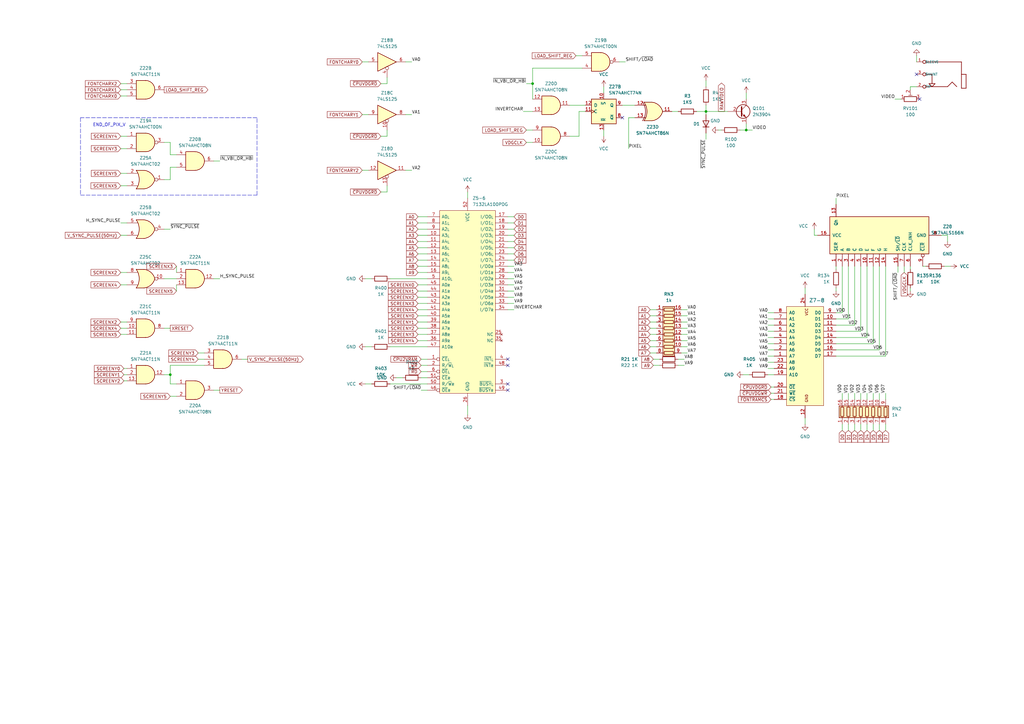
<source format=kicad_sch>
(kicad_sch (version 20211123) (generator eeschema)
  (paper "A3")
  (title_block (title "JupiterAce Z80 plus KIO and new memory format.") (date "2020-05-12") (rev "${REVNUM}") (company "Ontobus") (comment 1 "John Bradley") (comment 2 "https://creativecommons.org/licenses/by-nc-sa/4.0/") (comment 3 "Attribution-NonCommercial-ShareAlike 4.0 International License.") (comment 4 "This work is licensed under a Creative Commons "))
  (junction (at 69.85 153.67))
  (junction (at 218.44 34.29))
  (junction (at 289.56 45.72))
  (junction (at 306.07 53.34))
  (no_connect (at 255.27 48.26))
  (no_connect (at 377.19 40.64))
  (no_connect (at 208.28 160.02))
  (no_connect (at 208.28 157.48))
  (no_connect (at 208.28 149.86))
  (no_connect (at 208.28 147.32))
  (no_connect (at 375.92 30.48))
  (wire (pts (xy 269.24 137.16) (xy 266.7 137.16)))
  (wire (pts (xy 175.26 104.14) (xy 171.45 104.14)))
  (wire (pts (xy 69.85 68.58) (xy 69.85 73.66)))
  (wire (pts (xy 345.44 161.29) (xy 345.44 163.83)))
  (wire (pts (xy 314.96 138.43) (xy 317.5 138.43)))
  (wire (pts (xy 87.63 66.04) (xy 90.17 66.04)))
  (wire (pts (xy 345.44 173.99) (xy 345.44 176.53)))
  (wire (pts (xy 370.84 109.22) (xy 370.84 111.76)))
  (wire (pts (xy 350.52 109.22) (xy 350.52 133.35)))
  (wire (pts (xy 49.53 132.08) (xy 52.07 132.08)))
  (wire (pts (xy 152.4 142.24) (xy 149.86 142.24)))
  (wire (pts (xy 49.53 36.83) (xy 52.07 36.83)))
  (wire (pts (xy 191.77 81.28) (xy 191.77 78.74)))
  (wire (pts (xy 279.4 134.62) (xy 281.94 134.62)))
  (wire (pts (xy 81.28 144.78) (xy 83.82 144.78)))
  (wire (pts (xy 69.85 63.5) (xy 69.85 58.42)))
  (wire (pts (xy 52.07 71.12) (xy 49.53 71.12)))
  (wire (pts (xy 289.56 46.99) (xy 289.56 45.72)))
  (wire (pts (xy 295.91 53.34) (xy 294.64 53.34)))
  (wire (pts (xy 342.9 143.51) (xy 360.68 143.51)))
  (wire (pts (xy 148.59 69.85) (xy 151.13 69.85)))
  (wire (pts (xy 236.22 22.86) (xy 238.76 22.86)))
  (wire (pts (xy 52.07 34.29) (xy 49.53 34.29)))
  (wire (pts (xy 218.44 58.42) (xy 215.9 58.42)))
  (wire (pts (xy 289.56 33.02) (xy 289.56 35.56)))
  (wire (pts (xy 353.06 109.22) (xy 353.06 135.89)))
  (wire (pts (xy 67.31 134.62) (xy 69.85 134.62)))
  (wire (pts (xy 367.03 40.64) (xy 369.57 40.64)))
  (wire (pts (xy 368.3 109.22) (xy 368.3 111.76)))
  (wire (pts (xy 208.28 101.6) (xy 210.82 101.6)))
  (polyline (pts (xy 105.41 48.26) (xy 33.02 48.26)))
  (wire (pts (xy 69.85 153.67) (xy 67.31 153.67)))
  (wire (pts (xy 247.65 53.34) (xy 247.65 55.88)))
  (wire (pts (xy 50.8 151.13) (xy 52.07 151.13)))
  (wire (pts (xy 317.5 158.75) (xy 316.23 158.75)))
  (wire (pts (xy 314.96 153.67) (xy 317.5 153.67)))
  (wire (pts (xy 175.26 149.86) (xy 172.72 149.86)))
  (wire (pts (xy 160.02 114.3) (xy 175.26 114.3)))
  (wire (pts (xy 160.02 157.48) (xy 175.26 157.48)))
  (wire (pts (xy 279.4 137.16) (xy 281.94 137.16)))
  (wire (pts (xy 342.9 140.97) (xy 358.14 140.97)))
  (wire (pts (xy 281.94 144.78) (xy 279.4 144.78)))
  (wire (pts (xy 314.96 135.89) (xy 317.5 135.89)))
  (wire (pts (xy 67.31 73.66) (xy 69.85 73.66)))
  (wire (pts (xy 208.28 104.14) (xy 210.82 104.14)))
  (wire (pts (xy 165.1 154.94) (xy 162.56 154.94)))
  (wire (pts (xy 342.9 130.81) (xy 347.98 130.81)))
  (wire (pts (xy 52.07 116.84) (xy 49.53 116.84)))
  (wire (pts (xy 67.31 114.3) (xy 72.39 114.3)))
  (wire (pts (xy 72.39 63.5) (xy 69.85 63.5)))
  (wire (pts (xy 260.35 43.18) (xy 255.27 43.18)))
  (wire (pts (xy 152.4 157.48) (xy 149.86 157.48)))
  (wire (pts (xy 172.72 160.02) (xy 175.26 160.02)))
  (wire (pts (xy 175.26 129.54) (xy 171.45 129.54)))
  (wire (pts (xy 237.49 45.72) (xy 240.03 45.72)))
  (wire (pts (xy 280.67 147.32) (xy 278.13 147.32)))
  (wire (pts (xy 314.96 130.81) (xy 317.5 130.81)))
  (wire (pts (xy 289.56 45.72) (xy 298.45 45.72)))
  (wire (pts (xy 279.4 132.08) (xy 281.94 132.08)))
  (wire (pts (xy 266.7 142.24) (xy 269.24 142.24)))
  (wire (pts (xy 269.24 139.7) (xy 266.7 139.7)))
  (wire (pts (xy 330.2 171.45) (xy 330.2 173.99)))
  (wire (pts (xy 347.98 161.29) (xy 347.98 163.83)))
  (wire (pts (xy 156.21 55.88) (xy 158.75 55.88)))
  (wire (pts (xy 191.77 166.37) (xy 191.77 170.18)))
  (wire (pts (xy 175.26 121.92) (xy 171.45 121.92)))
  (wire (pts (xy 289.56 54.61) (xy 289.56 57.15)))
  (wire (pts (xy 307.34 153.67) (xy 304.8 153.67)))
  (wire (pts (xy 247.65 38.1) (xy 247.65 35.56)))
  (wire (pts (xy 269.24 129.54) (xy 266.7 129.54)))
  (wire (pts (xy 281.94 142.24) (xy 279.4 142.24)))
  (wire (pts (xy 342.9 118.11) (xy 342.9 119.38)))
  (wire (pts (xy 172.72 147.32) (xy 175.26 147.32)))
  (wire (pts (xy 175.26 124.46) (xy 171.45 124.46)))
  (wire (pts (xy 215.9 53.34) (xy 218.44 53.34)))
  (wire (pts (xy 67.31 93.98) (xy 69.85 93.98)))
  (wire (pts (xy 387.35 109.22) (xy 389.89 109.22)))
  (wire (pts (xy 386.08 96.52) (xy 388.62 96.52)))
  (wire (pts (xy 210.82 116.84) (xy 208.28 116.84)))
  (wire (pts (xy 208.28 127) (xy 210.82 127)))
  (wire (pts (xy 175.26 119.38) (xy 171.45 119.38)))
  (wire (pts (xy 148.59 46.99) (xy 151.13 46.99)))
  (wire (pts (xy 358.14 161.29) (xy 358.14 163.83)))
  (wire (pts (xy 363.22 161.29) (xy 363.22 163.83)))
  (wire (pts (xy 373.38 35.56) (xy 373.38 36.83)))
  (wire (pts (xy 175.26 116.84) (xy 171.45 116.84)))
  (wire (pts (xy 52.07 96.52) (xy 49.53 96.52)))
  (wire (pts (xy 171.45 132.08) (xy 175.26 132.08)))
  (wire (pts (xy 306.07 53.34) (xy 308.61 53.34)))
  (wire (pts (xy 355.6 173.99) (xy 355.6 176.53)))
  (wire (pts (xy 175.26 99.06) (xy 171.45 99.06)))
  (wire (pts (xy 355.6 161.29) (xy 355.6 163.83)))
  (wire (pts (xy 345.44 109.22) (xy 345.44 128.27)))
  (wire (pts (xy 175.26 101.6) (xy 171.45 101.6)))
  (wire (pts (xy 342.9 110.49) (xy 342.9 109.22)))
  (wire (pts (xy 375.92 35.56) (xy 373.38 35.56)))
  (wire (pts (xy 208.28 93.98) (xy 210.82 93.98)))
  (wire (pts (xy 347.98 109.22) (xy 347.98 130.81)))
  (wire (pts (xy 314.96 151.13) (xy 317.5 151.13)))
  (wire (pts (xy 52.07 39.37) (xy 49.53 39.37)))
  (wire (pts (xy 257.81 48.26) (xy 260.35 48.26)))
  (wire (pts (xy 280.67 149.86) (xy 278.13 149.86)))
  (wire (pts (xy 152.4 114.3) (xy 149.86 114.3)))
  (wire (pts (xy 158.75 76.2) (xy 158.75 78.74)))
  (wire (pts (xy 72.39 162.56) (xy 69.85 162.56)))
  (wire (pts (xy 175.26 91.44) (xy 171.45 91.44)))
  (wire (pts (xy 49.53 137.16) (xy 52.07 137.16)))
  (wire (pts (xy 257.81 48.26) (xy 257.81 60.96)))
  (wire (pts (xy 210.82 109.22) (xy 208.28 109.22)))
  (wire (pts (xy 314.96 128.27) (xy 317.5 128.27)))
  (polyline (pts (xy 33.02 48.26) (xy 33.02 80.01)))
  (wire (pts (xy 99.06 147.32) (xy 101.6 147.32)))
  (wire (pts (xy 87.63 160.02) (xy 90.17 160.02)))
  (wire (pts (xy 373.38 109.22) (xy 373.38 110.49)))
  (wire (pts (xy 208.28 106.68) (xy 210.82 106.68)))
  (wire (pts (xy 314.96 143.51) (xy 317.5 143.51)))
  (wire (pts (xy 208.28 99.06) (xy 210.82 99.06)))
  (wire (pts (xy 69.85 149.86) (xy 83.82 149.86)))
  (wire (pts (xy 52.07 91.44) (xy 49.53 91.44)))
  (wire (pts (xy 358.14 173.99) (xy 358.14 176.53)))
  (wire (pts (xy 360.68 161.29) (xy 360.68 163.83)))
  (wire (pts (xy 342.9 128.27) (xy 345.44 128.27)))
  (wire (pts (xy 175.26 106.68) (xy 171.45 106.68)))
  (wire (pts (xy 373.38 118.11) (xy 373.38 119.38)))
  (wire (pts (xy 306.07 50.8) (xy 306.07 53.34)))
  (wire (pts (xy 233.68 43.18) (xy 240.03 43.18)))
  (wire (pts (xy 52.07 153.67) (xy 50.8 153.67)))
  (wire (pts (xy 279.4 127) (xy 281.94 127)))
  (wire (pts (xy 269.24 134.62) (xy 266.7 134.62)))
  (wire (pts (xy 175.26 96.52) (xy 171.45 96.52)))
  (wire (pts (xy 214.63 45.72) (xy 218.44 45.72)))
  (wire (pts (xy 306.07 53.34) (xy 303.53 53.34)))
  (wire (pts (xy 289.56 43.18) (xy 289.56 45.72)))
  (wire (pts (xy 208.28 96.52) (xy 210.82 96.52)))
  (wire (pts (xy 156.21 78.74) (xy 158.75 78.74)))
  (wire (pts (xy 218.44 27.94) (xy 238.76 27.94)))
  (wire (pts (xy 172.72 154.94) (xy 175.26 154.94)))
  (wire (pts (xy 50.8 156.21) (xy 52.07 156.21)))
  (wire (pts (xy 275.59 45.72) (xy 278.13 45.72)))
  (wire (pts (xy 314.96 148.59) (xy 317.5 148.59)))
  (wire (pts (xy 158.75 53.34) (xy 158.75 55.88)))
  (wire (pts (xy 52.07 111.76) (xy 49.53 111.76)))
  (wire (pts (xy 90.17 114.3) (xy 87.63 114.3)))
  (wire (pts (xy 52.07 55.88) (xy 49.53 55.88)))
  (wire (pts (xy 175.26 93.98) (xy 171.45 93.98)))
  (wire (pts (xy 342.9 133.35) (xy 350.52 133.35)))
  (wire (pts (xy 237.49 55.88) (xy 233.68 55.88)))
  (wire (pts (xy 69.85 157.48) (xy 69.85 153.67)))
  (wire (pts (xy 175.26 127) (xy 171.45 127)))
  (wire (pts (xy 360.68 109.22) (xy 360.68 143.51)))
  (wire (pts (xy 215.9 34.29) (xy 218.44 34.29)))
  (wire (pts (xy 314.96 133.35) (xy 317.5 133.35)))
  (wire (pts (xy 52.07 60.96) (xy 49.53 60.96)))
  (wire (pts (xy 72.39 68.58) (xy 69.85 68.58)))
  (wire (pts (xy 160.02 142.24) (xy 175.26 142.24)))
  (wire (pts (xy 378.46 109.22) (xy 379.73 109.22)))
  (wire (pts (xy 375.92 22.86) (xy 375.92 25.4)))
  (wire (pts (xy 353.06 173.99) (xy 353.06 176.53)))
  (wire (pts (xy 269.24 127) (xy 266.7 127)))
  (wire (pts (xy 254 25.4) (xy 256.54 25.4)))
  (wire (pts (xy 342.9 138.43) (xy 355.6 138.43)))
  (wire (pts (xy 210.82 111.76) (xy 208.28 111.76)))
  (wire (pts (xy 237.49 55.88) (xy 237.49 45.72)))
  (wire (pts (xy 316.23 161.29) (xy 317.5 161.29)))
  (wire (pts (xy 314.96 140.97) (xy 317.5 140.97)))
  (wire (pts (xy 171.45 134.62) (xy 175.26 134.62)))
  (wire (pts (xy 210.82 114.3) (xy 208.28 114.3)))
  (wire (pts (xy 166.37 25.4) (xy 168.91 25.4)))
  (wire (pts (xy 334.01 96.52) (xy 334.01 93.98)))
  (wire (pts (xy 330.2 120.65) (xy 330.2 118.11)))
  (wire (pts (xy 388.62 99.06) (xy 388.62 96.52)))
  (wire (pts (xy 316.23 163.83) (xy 317.5 163.83)))
  (wire (pts (xy 266.7 144.78) (xy 269.24 144.78)))
  (wire (pts (xy 49.53 134.62) (xy 52.07 134.62)))
  (wire (pts (xy 353.06 161.29) (xy 353.06 163.83)))
  (wire (pts (xy 335.28 96.52) (xy 334.01 96.52)))
  (wire (pts (xy 208.28 88.9) (xy 210.82 88.9)))
  (wire (pts (xy 210.82 119.38) (xy 208.28 119.38)))
  (wire (pts (xy 279.4 129.54) (xy 281.94 129.54)))
  (wire (pts (xy 342.9 81.28) (xy 342.9 83.82)))
  (wire (pts (xy 69.85 153.67) (xy 69.85 149.86)))
  (wire (pts (xy 208.28 91.44) (xy 210.82 91.44)))
  (wire (pts (xy 81.28 147.32) (xy 83.82 147.32)))
  (wire (pts (xy 350.52 161.29) (xy 350.52 163.83)))
  (wire (pts (xy 347.98 173.99) (xy 347.98 176.53)))
  (wire (pts (xy 306.07 40.64) (xy 306.07 38.1)))
  (wire (pts (xy 148.59 25.4) (xy 151.13 25.4)))
  (wire (pts (xy 363.22 109.22) (xy 363.22 146.05)))
  (wire (pts (xy 358.14 109.22) (xy 358.14 140.97)))
  (wire (pts (xy 67.31 58.42) (xy 69.85 58.42)))
  (wire (pts (xy 72.39 157.48) (xy 69.85 157.48)))
  (wire (pts (xy 363.22 173.99) (xy 363.22 176.53)))
  (wire (pts (xy 267.97 149.86) (xy 270.51 149.86)))
  (wire (pts (xy 158.75 31.75) (xy 158.75 34.29)))
  (wire (pts (xy 175.26 111.76) (xy 171.45 111.76)))
  (wire (pts (xy 267.97 147.32) (xy 270.51 147.32)))
  (wire (pts (xy 72.39 111.76) (xy 72.39 109.22)))
  (wire (pts (xy 218.44 34.29) (xy 218.44 40.64)))
  (wire (pts (xy 52.07 76.2) (xy 49.53 76.2)))
  (wire (pts (xy 166.37 69.85) (xy 168.91 69.85)))
  (wire (pts (xy 175.26 109.22) (xy 171.45 109.22)))
  (wire (pts (xy 156.21 34.29) (xy 158.75 34.29)))
  (polyline (pts (xy 33.02 80.01) (xy 105.41 80.01)))
  (wire (pts (xy 166.37 46.99) (xy 168.91 46.99)))
  (wire (pts (xy 171.45 139.7) (xy 175.26 139.7)))
  (wire (pts (xy 342.9 135.89) (xy 353.06 135.89)))
  (wire (pts (xy 350.52 173.99) (xy 350.52 176.53)))
  (wire (pts (xy 175.26 152.4) (xy 172.72 152.4)))
  (wire (pts (xy 279.4 139.7) (xy 281.94 139.7)))
  (wire (pts (xy 342.9 146.05) (xy 363.22 146.05)))
  (wire (pts (xy 314.96 146.05) (xy 317.5 146.05)))
  (wire (pts (xy 355.6 109.22) (xy 355.6 138.43)))
  (wire (pts (xy 285.75 45.72) (xy 289.56 45.72)))
  (wire (pts (xy 218.44 27.94) (xy 218.44 34.29)))
  (wire (pts (xy 72.39 116.84) (xy 72.39 119.38)))
  (wire (pts (xy 269.24 132.08) (xy 266.7 132.08)))
  (wire (pts (xy 175.26 88.9) (xy 171.45 88.9)))
  (polyline (pts (xy 105.41 80.01) (xy 105.41 48.26)))
  (wire (pts (xy 171.45 137.16) (xy 175.26 137.16)))
  (wire (pts (xy 360.68 173.99) (xy 360.68 176.53)))
  (wire (pts (xy 210.82 121.92) (xy 208.28 121.92)))
  (wire (pts (xy 210.82 124.46) (xy 208.28 124.46)))
  (text "END_OF_PIX_V" (at 38.1 52.07 0) (effects (font (size 1.27 1.27)) (justify left bottom)))
  (label "VA2" (at 168.91 69.85 0))
  (label "SHIFT{slash}~{LOAD}" (at 172.72 160.02 180))
  (label "VA7" (at 314.96 146.05 180))
  (label "H_SYNC_PULSE" (at 90.17 114.3 0))
  (label "~{IN_VBI_OR_HBI}" (at 90.17 66.04 0))
  (label "VA0" (at 281.94 127 0))
  (label "VA7" (at 281.94 144.78 0))
  (label "VA0" (at 168.91 25.4 0))
  (label "VA5" (at 314.96 140.97 180))
  (label "VA1" (at 314.96 130.81 180))
  (label "VIDEO" (at 367.03 40.64 180))
  (label "VA3" (at 210.82 109.22 0))
  (label "VD4" (at 353.06 138.43 0))
  (label "VD5" (at 358.14 161.29 90))
  (label "VD3" (at 350.52 135.89 0))
  (label "H_SYNC_PULSE" (at 49.53 91.44 180))
  (label "VD6" (at 360.68 161.29 90))
  (label "VA7" (at 210.82 119.38 0))
  (label "VD2" (at 347.98 133.35 0))
  (label "VD1" (at 345.44 130.81 0))
  (label "VA1" (at 168.91 46.99 0))
  (label "VIDEO" (at 308.61 53.34 0))
  (label "VA4" (at 314.96 138.43 180))
  (label "VA2" (at 314.96 133.35 180))
  (label "INVERTCHAR" (at 210.82 127 0))
  (label "~{SYNC_PULSE}" (at 289.56 57.15 270))
  (label "VD5" (at 355.6 140.97 0))
  (label "VA5" (at 210.82 114.3 0))
  (label "VA1" (at 281.94 129.54 0))
  (label "VA0" (at 314.96 128.27 180))
  (label "VA6" (at 314.96 143.51 180))
  (label "VA6" (at 210.82 116.84 0))
  (label "VA3" (at 281.94 134.62 0))
  (label "VD7" (at 363.22 161.29 90))
  (label "VA9" (at 210.82 124.46 0))
  (label "VA5" (at 281.94 139.7 0))
  (label "VA2" (at 281.94 132.08 0))
  (label "VA4" (at 281.94 137.16 0))
  (label "SHIFT{slash}~{LOAD}" (at 368.3 111.76 270))
  (label "VA9" (at 280.67 149.86 0))
  (label "VD0" (at 342.9 128.27 0))
  (label "VD3" (at 353.06 161.29 90))
  (label "INVERTCHAR" (at 214.63 45.72 180))
  (label "VA3" (at 314.96 135.89 180))
  (label "VA9" (at 314.96 151.13 180))
  (label "VA8" (at 314.96 148.59 180))
  (label "VA8" (at 210.82 121.92 0))
  (label "VA6" (at 281.94 142.24 0))
  (label "VA4" (at 210.82 111.76 0))
  (label "VD6" (at 358.14 143.51 0))
  (label "VD1" (at 347.98 161.29 90))
  (label "VD0" (at 345.44 161.29 90))
  (label "PIXEL" (at 257.81 60.96 0))
  (label "VD7" (at 360.68 146.05 0))
  (label "~{IN_VBI_OR_HBI}" (at 215.9 34.29 180))
  (label "SHIFT{slash}~{LOAD}" (at 256.54 25.4 0))
  (label "VD4" (at 355.6 161.29 90))
  (label "~{SYNC_PULSE}" (at 69.85 93.98 0))
  (label "VA8" (at 280.67 147.32 0))
  (label "PIXEL" (at 342.9 81.28 0))
  (label "VD2" (at 350.52 161.29 90))
  (global_label "SCREENY3" (shape input) (at 49.53 60.96 180) (property "Intersheet References" "${INTERSHEET_REFS}" (at 37.5296 60.8806 0) (effects (justify right))))
  (global_label "~{CPUVDGRD}" (shape input) (at 156.21 78.74 180) (property "Intersheet References" "${INTERSHEET_REFS}" (at 143.8468 78.6606 0) (effects (justify right))))
  (global_label "SCREENX3" (shape input) (at 171.45 124.46 180) (property "Intersheet References" "${INTERSHEET_REFS}" (at 159.3287 124.3806 0) (effects (justify right))))
  (global_label "A3" (shape input) (at 171.45 96.52 180) (property "Intersheet References" "${INTERSHEET_REFS}" (at 166.8277 96.4406 0) (effects (justify right))))
  (global_label "FONTCHARX0" (shape input) (at 49.53 39.37 180) (property "Intersheet References" "${INTERSHEET_REFS}" (at 35.1106 39.2906 0) (effects (justify right))))
  (global_label "D4" (shape input) (at 355.6 176.53 270) (property "Intersheet References" "${INTERSHEET_REFS}" (at 355.5206 181.3337 90) (effects (justify right))))
  (global_label "D0" (shape input) (at 210.82 88.9 0) (property "Intersheet References" "${INTERSHEET_REFS}" (at 215.6237 88.8206 0) (effects (justify left))))
  (global_label "A0" (shape input) (at 266.7 127 180) (property "Intersheet References" "${INTERSHEET_REFS}" (at 262.0777 126.9206 0) (effects (justify right))))
  (global_label "D3" (shape input) (at 210.82 96.52 0) (property "Intersheet References" "${INTERSHEET_REFS}" (at 215.6237 96.4406 0) (effects (justify left))))
  (global_label "RAWVIDEO" (shape output) (at 295.91 45.72 90) (property "Intersheet References" "${INTERSHEET_REFS}" (at 295.9894 34.1429 90) (effects (justify left))))
  (global_label "A2" (shape input) (at 266.7 132.08 180) (property "Intersheet References" "${INTERSHEET_REFS}" (at 262.0777 132.0006 0) (effects (justify right))))
  (global_label "SCREENY3" (shape input) (at 81.28 144.78 180) (property "Intersheet References" "${INTERSHEET_REFS}" (at 69.2796 144.7006 0) (effects (justify right))))
  (global_label "LOAD_SHIFT_REG" (shape output) (at 67.31 36.83 0) (property "Intersheet References" "${INTERSHEET_REFS}" (at 85.1766 36.7506 0) (effects (justify left))))
  (global_label "D6" (shape input) (at 360.68 176.53 270) (property "Intersheet References" "${INTERSHEET_REFS}" (at 360.6006 181.3337 90) (effects (justify right))))
  (global_label "SCREENY2" (shape input) (at 171.45 134.62 180) (property "Intersheet References" "${INTERSHEET_REFS}" (at 159.4496 134.5406 0) (effects (justify right))))
  (global_label "D7" (shape input) (at 210.82 106.68 0) (property "Intersheet References" "${INTERSHEET_REFS}" (at 215.6237 106.6006 0) (effects (justify left))))
  (global_label "A7" (shape input) (at 171.45 106.68 180) (property "Intersheet References" "${INTERSHEET_REFS}" (at 166.8277 106.6006 0) (effects (justify right))))
  (global_label "FONTCHARX2" (shape input) (at 49.53 34.29 180) (property "Intersheet References" "${INTERSHEET_REFS}" (at 35.1106 34.2106 0) (effects (justify right))))
  (global_label "SCREENY4" (shape input) (at 81.28 147.32 180) (property "Intersheet References" "${INTERSHEET_REFS}" (at 69.2796 147.2406 0) (effects (justify right))))
  (global_label "~{CPUVDGWR}" (shape input) (at 316.23 161.29 180) (property "Intersheet References" "${INTERSHEET_REFS}" (at 303.6853 161.2106 0) (effects (justify right))))
  (global_label "A5" (shape input) (at 266.7 139.7 180) (property "Intersheet References" "${INTERSHEET_REFS}" (at 262.0777 139.6206 0) (effects (justify right))))
  (global_label "A6" (shape input) (at 171.45 104.14 180) (property "Intersheet References" "${INTERSHEET_REFS}" (at 166.8277 104.0606 0) (effects (justify right))))
  (global_label "D6" (shape input) (at 210.82 104.14 0) (property "Intersheet References" "${INTERSHEET_REFS}" (at 215.6237 104.0606 0) (effects (justify left))))
  (global_label "A4" (shape input) (at 171.45 99.06 180) (property "Intersheet References" "${INTERSHEET_REFS}" (at 166.8277 98.9806 0) (effects (justify right))))
  (global_label "~{WR}" (shape input) (at 172.72 149.86 180) (property "Intersheet References" "${INTERSHEET_REFS}" (at 167.6744 149.7806 0) (effects (justify right))))
  (global_label "D4" (shape input) (at 210.82 99.06 0) (property "Intersheet References" "${INTERSHEET_REFS}" (at 215.6237 98.9806 0) (effects (justify left))))
  (global_label "~{CPUVDGRD}" (shape input) (at 156.21 55.88 180) (property "Intersheet References" "${INTERSHEET_REFS}" (at 143.8468 55.8006 0) (effects (justify right))))
  (global_label "SCREENY2" (shape input) (at 50.8 156.21 180) (property "Intersheet References" "${INTERSHEET_REFS}" (at 38.7996 156.1306 0) (effects (justify right))))
  (global_label "SCREENY1" (shape input) (at 50.8 153.67 180) (property "Intersheet References" "${INTERSHEET_REFS}" (at 38.7996 153.5906 0) (effects (justify right))))
  (global_label "D2" (shape input) (at 210.82 93.98 0) (property "Intersheet References" "${INTERSHEET_REFS}" (at 215.6237 93.9006 0) (effects (justify left))))
  (global_label "SCREENY0" (shape input) (at 50.8 151.13 180) (property "Intersheet References" "${INTERSHEET_REFS}" (at 38.7996 151.0506 0) (effects (justify right))))
  (global_label "D2" (shape input) (at 350.52 176.53 270) (property "Intersheet References" "${INTERSHEET_REFS}" (at 350.4406 181.3337 90) (effects (justify right))))
  (global_label "SCREENX5" (shape input) (at 49.53 76.2 180) (property "Intersheet References" "${INTERSHEET_REFS}" (at 37.4087 76.1206 0) (effects (justify right))))
  (global_label "SCREENX4" (shape input) (at 49.53 134.62 180) (property "Intersheet References" "${INTERSHEET_REFS}" (at 37.4087 134.5406 0) (effects (justify right))))
  (global_label "FONTCHARY0" (shape input) (at 148.59 25.4 180) (property "Intersheet References" "${INTERSHEET_REFS}" (at 134.2915 25.3206 0) (effects (justify right))))
  (global_label "~{CPUVDGRD}" (shape input) (at 156.21 34.29 180) (property "Intersheet References" "${INTERSHEET_REFS}" (at 143.8468 34.2106 0) (effects (justify right))))
  (global_label "SCREENY5" (shape input) (at 49.53 71.12 180) (property "Intersheet References" "${INTERSHEET_REFS}" (at 37.5296 71.0406 0) (effects (justify right))))
  (global_label "SCREENX2" (shape input) (at 171.45 121.92 180) (property "Intersheet References" "${INTERSHEET_REFS}" (at 159.3287 121.8406 0) (effects (justify right))))
  (global_label "FONTCHARY1" (shape input) (at 148.59 46.99 180) (property "Intersheet References" "${INTERSHEET_REFS}" (at 134.2915 46.9106 0) (effects (justify right))))
  (global_label "A8" (shape input) (at 171.45 109.22 180) (property "Intersheet References" "${INTERSHEET_REFS}" (at 166.8277 109.1406 0) (effects (justify right))))
  (global_label "A1" (shape input) (at 266.7 129.54 180) (property "Intersheet References" "${INTERSHEET_REFS}" (at 262.0777 129.4606 0) (effects (justify right))))
  (global_label "VDGCLK" (shape input) (at 370.84 111.76 270) (property "Intersheet References" "${INTERSHEET_REFS}" (at 370.9194 121.2809 90) (effects (justify right))))
  (global_label "LOAD_SHIFT_REG" (shape input) (at 215.9 53.34 180) (property "Intersheet References" "${INTERSHEET_REFS}" (at 198.0334 53.2606 0) (effects (justify right))))
  (global_label "LOAD_SHIFT_REG" (shape input) (at 236.22 22.86 180) (property "Intersheet References" "${INTERSHEET_REFS}" (at 218.3534 22.7806 0) (effects (justify right))))
  (global_label "A4" (shape input) (at 266.7 137.16 180) (property "Intersheet References" "${INTERSHEET_REFS}" (at 262.0777 137.0806 0) (effects (justify right))))
  (global_label "SCREENX5" (shape input) (at 49.53 137.16 180) (property "Intersheet References" "${INTERSHEET_REFS}" (at 37.4087 137.0806 0) (effects (justify right))))
  (global_label "A2" (shape input) (at 171.45 93.98 180) (property "Intersheet References" "${INTERSHEET_REFS}" (at 166.8277 93.9006 0) (effects (justify right))))
  (global_label "A8" (shape input) (at 267.97 147.32 180) (property "Intersheet References" "${INTERSHEET_REFS}" (at 263.3477 147.2406 0) (effects (justify right))))
  (global_label "FONTCHARX1" (shape input) (at 49.53 36.83 180) (property "Intersheet References" "${INTERSHEET_REFS}" (at 35.1106 36.7506 0) (effects (justify right))))
  (global_label "A5" (shape input) (at 171.45 101.6 180) (property "Intersheet References" "${INTERSHEET_REFS}" (at 166.8277 101.5206 0) (effects (justify right))))
  (global_label "SCREENX2" (shape input) (at 49.53 132.08 180) (property "Intersheet References" "${INTERSHEET_REFS}" (at 37.4087 132.0006 0) (effects (justify right))))
  (global_label "SCREENY4" (shape input) (at 49.53 55.88 180) (property "Intersheet References" "${INTERSHEET_REFS}" (at 37.5296 55.8006 0) (effects (justify right))))
  (global_label "A9" (shape input) (at 171.45 111.76 180) (property "Intersheet References" "${INTERSHEET_REFS}" (at 166.8277 111.6806 0) (effects (justify right))))
  (global_label "V_SYNC_PULSE(50Hz)" (shape input) (at 49.53 96.52 180) (property "Intersheet References" "${INTERSHEET_REFS}" (at 26.8253 96.4406 0) (effects (justify right))))
  (global_label "D5" (shape input) (at 210.82 101.6 0) (property "Intersheet References" "${INTERSHEET_REFS}" (at 215.6237 101.5206 0) (effects (justify left))))
  (global_label "SCREENX3" (shape input) (at 72.39 109.22 180) (property "Intersheet References" "${INTERSHEET_REFS}" (at 60.2687 109.1406 0) (effects (justify right))))
  (global_label "~{FONTRAMCS}" (shape input) (at 316.23 163.83 180) (property "Intersheet References" "${INTERSHEET_REFS}" (at 302.8991 163.7506 0) (effects (justify right))))
  (global_label "SCREENY3" (shape input) (at 171.45 137.16 180) (property "Intersheet References" "${INTERSHEET_REFS}" (at 159.4496 137.0806 0) (effects (justify right))))
  (global_label "A7" (shape input) (at 266.7 144.78 180) (property "Intersheet References" "${INTERSHEET_REFS}" (at 262.0777 144.7006 0) (effects (justify right))))
  (global_label "SCREENY4" (shape input) (at 171.45 139.7 180) (property "Intersheet References" "${INTERSHEET_REFS}" (at 159.4496 139.6206 0) (effects (justify right))))
  (global_label "~{CPUVDGRD}" (shape input) (at 316.23 158.75 180) (property "Intersheet References" "${INTERSHEET_REFS}" (at 303.8668 158.6706 0) (effects (justify right))))
  (global_label "SCREENX0" (shape input) (at 171.45 116.84 180) (property "Intersheet References" "${INTERSHEET_REFS}" (at 159.3287 116.7606 0) (effects (justify right))))
  (global_label "SCREENX1" (shape input) (at 171.45 119.38 180) (property "Intersheet References" "${INTERSHEET_REFS}" (at 159.3287 119.3006 0) (effects (justify right))))
  (global_label "SCREENY1" (shape input) (at 171.45 132.08 180) (property "Intersheet References" "${INTERSHEET_REFS}" (at 159.4496 132.0006 0) (effects (justify right))))
  (global_label "SCREENX5" (shape input) (at 72.39 119.38 180) (property "Intersheet References" "${INTERSHEET_REFS}" (at 60.2687 119.3006 0) (effects (justify right))))
  (global_label "SCREENX4" (shape input) (at 171.45 127 180) (property "Intersheet References" "${INTERSHEET_REFS}" (at 159.3287 126.9206 0) (effects (justify right))))
  (global_label "~{RD}" (shape input) (at 172.72 152.4 180) (property "Intersheet References" "${INTERSHEET_REFS}" (at 167.8558 152.3206 0) (effects (justify right))))
  (global_label "A6" (shape input) (at 266.7 142.24 180) (property "Intersheet References" "${INTERSHEET_REFS}" (at 262.0777 142.1606 0) (effects (justify right))))
  (global_label "SCREENX4" (shape input) (at 49.53 116.84 180) (property "Intersheet References" "${INTERSHEET_REFS}" (at 37.4087 116.7606 0) (effects (justify right))))
  (global_label "XRESET" (shape output) (at 69.85 134.62 0) (property "Intersheet References" "${INTERSHEET_REFS}" (at 79.129 134.5406 0) (effects (justify left))))
  (global_label "VDGCLK" (shape input) (at 215.9 58.42 180) (property "Intersheet References" "${INTERSHEET_REFS}" (at 205.2906 58.3406 0) (effects (justify right))))
  (global_label "SCREENX2" (shape input) (at 49.53 111.76 180) (property "Intersheet References" "${INTERSHEET_REFS}" (at 37.4087 111.6806 0) (effects (justify right))))
  (global_label "SCREENY0" (shape input) (at 171.45 129.54 180) (property "Intersheet References" "${INTERSHEET_REFS}" (at 159.4496 129.4606 0) (effects (justify right))))
  (global_label "V_SYNC_PULSE(50Hz)" (shape output) (at 101.6 147.32 0) (property "Intersheet References" "${INTERSHEET_REFS}" (at 124.3047 147.2406 0) (effects (justify left))))
  (global_label "D1" (shape input) (at 347.98 176.53 270) (property "Intersheet References" "${INTERSHEET_REFS}" (at 347.9006 181.3337 90) (effects (justify right))))
  (global_label "D7" (shape input) (at 363.22 176.53 270) (property "Intersheet References" "${INTERSHEET_REFS}" (at 363.1406 181.3337 90) (effects (justify right))))
  (global_label "A3" (shape input) (at 266.7 134.62 180) (property "Intersheet References" "${INTERSHEET_REFS}" (at 262.0777 134.5406 0) (effects (justify right))))
  (global_label "SCREENY5" (shape input) (at 69.85 162.56 180) (property "Intersheet References" "${INTERSHEET_REFS}" (at 57.8496 162.4806 0) (effects (justify right))))
  (global_label "YRESET" (shape output) (at 90.17 160.02 0) (property "Intersheet References" "${INTERSHEET_REFS}" (at 99.328 159.9406 0) (effects (justify left))))
  (global_label "FONTCHARY2" (shape input) (at 148.59 69.85 180) (property "Intersheet References" "${INTERSHEET_REFS}" (at 134.2915 69.7706 0) (effects (justify right))))
  (global_label "A9" (shape input) (at 267.97 149.86 180) (property "Intersheet References" "${INTERSHEET_REFS}" (at 263.3477 149.7806 0) (effects (justify right))))
  (global_label "A0" (shape input) (at 171.45 88.9 180) (property "Intersheet References" "${INTERSHEET_REFS}" (at 166.8277 88.8206 0) (effects (justify right))))
  (global_label "D0" (shape input) (at 345.44 176.53 270) (property "Intersheet References" "${INTERSHEET_REFS}" (at 345.3606 181.3337 90) (effects (justify right))))
  (global_label "A1" (shape input) (at 171.45 91.44 180) (property "Intersheet References" "${INTERSHEET_REFS}" (at 166.8277 91.3606 0) (effects (justify right))))
  (global_label "D3" (shape input) (at 353.06 176.53 270) (property "Intersheet References" "${INTERSHEET_REFS}" (at 352.9806 181.3337 90) (effects (justify right))))
  (global_label "D5" (shape input) (at 358.14 176.53 270) (property "Intersheet References" "${INTERSHEET_REFS}" (at 358.0606 181.3337 90) (effects (justify right))))
  (global_label "D1" (shape input) (at 210.82 91.44 0) (property "Intersheet References" "${INTERSHEET_REFS}" (at 215.6237 91.3606 0) (effects (justify left))))
  (global_label "~{CPU2VRAM}" (shape input) (at 172.72 147.32 180) (property "Intersheet References" "${INTERSHEET_REFS}" (at 160.4172 147.3994 0) (effects (justify right))))
  (symbol (lib_id "ExtraSymbols:IDT71321-421-52PIN-PLCC") (at 175.26 88.9 0) (unit 1)
    (property "Reference" "Z5-6" (at 193.7894 81.28 0) (effects (justify left)))
    (property "Value" "7132LA100PDG" (at 193.7894 83.82 0) (effects (justify left)))
    (property "Footprint" "ExtraFootprints:PLCC-52_THT-Socket" (effects hide))
    (property "Datasheet" "https://www.idt.com/document/dst/71321421-datasheet" (effects hide))
    (property "Manufacturer_Name" "IDT (Integrated Device Technology)" (effects hide))
    (property "Manufacturer_Part_Number" "7132LA100PDG" (effects hide))
    (property "Description" "SRAM 2K x 8 Dual-Port RAM Memory & Logic/ Master" (effects hide))
    (property "Height" "3.8" (effects hide))
  )
  (symbol (lib_id "power:VCC") (at 191.77 78.74 0) (unit 1)
    (property "Reference" "#~PWR0166" (effects hide))
    (property "Value" "VCC" (at 191.77 73.66 0))
  )
  (symbol (lib_id "power:GND") (at 191.77 170.18 0) (unit 1)
    (property "Reference" "#~PWR0168" (effects hide))
    (property "Value" "GND" (at 191.77 175.26 0))
  )
  (symbol (lib_id "power:VCC") (at 389.89 109.22 270) (unit 1)
    (property "Reference" "#~PWR0125" (effects hide))
    (property "Value" "VCC" (at 393.7 109.2199 90) (effects (justify left)))
  )
  (symbol (lib_id "power:GND") (at 342.9 119.38 0) (unit 1)
    (property "Reference" "#~PWR0126" (effects hide))
    (property "Value" "GND" (at 342.9 124.46 0))
  )
  (symbol (lib_id "power:VCC") (at 334.01 93.98 0) (unit 1)
    (property "Reference" "#~PWR0111" (effects hide))
    (property "Value" "VCC" (at 331.47 92.7099 0) (effects (justify right)))
  )
  (symbol (lib_id "power:GND") (at 388.62 99.06 0) (unit 1)
    (property "Reference" "#~PWR0113" (effects hide))
    (property "Value" "GND" (at 388.62 104.14 0))
  )
  (symbol (lib_id "Device:R") (at 342.9 114.3 180) (unit 1)
    (property "Reference" "R134" (at 340.36 113.0299 0) (effects (justify left)))
    (property "Value" "1K" (at 340.36 115.5699 0) (effects (justify left)))
    (property "Footprint" "Resistor_THT:R_Axial_DIN0204_L3.6mm_D1.6mm_P1.90mm_Vertical" (effects hide))
    (property "Manufacturer_Name" "Vishay" (effects hide))
    (property "Manufacturer_Part_Number" "MBA02040C1202FRP00" (effects hide))
  )
  (symbol (lib_id "power:GND") (at 373.38 119.38 0) (unit 1)
    (property "Reference" "#~PWR0130" (effects hide))
    (property "Value" "GND" (at 375.92 120.6499 0) (effects (justify left)))
  )
  (symbol (lib_id "Device:R") (at 373.38 114.3 180) (unit 1)
    (property "Reference" "R135" (at 375.92 113.0299 0) (effects (justify right)))
    (property "Value" "1K" (at 375.92 115.5699 0) (effects (justify right)))
    (property "Footprint" "Resistor_THT:R_Axial_DIN0204_L3.6mm_D1.6mm_P1.90mm_Vertical" (effects hide))
    (property "Manufacturer_Name" "Vishay" (effects hide))
    (property "Manufacturer_Part_Number" "MBA02040C1202FRP00" (effects hide))
  )
  (symbol (lib_id "Device:R") (at 383.54 109.22 270) (unit 1)
    (property "Reference" "R136" (at 383.54 113.03 90))
    (property "Value" "10K" (at 383.54 115.57 90))
    (property "Footprint" "Resistor_THT:R_Axial_DIN0204_L3.6mm_D1.6mm_P1.90mm_Vertical" (effects hide))
    (property "Manufacturer_Name" "Vishay" (effects hide))
    (property "Manufacturer_Part_Number" "MBA02040C1002FRP00 " (effects hide))
  )
  (symbol (lib_id "74xx-FIX:74LS166") (at 360.68 96.52 90) (unit 1)
    (property "Reference" "Z28" (at 388.62 92.9386 90))
    (property "Value" "SN74ALS166N" (at 388.62 95.4786 90))
    (property "Footprint" "Package_DIP:DIP-16_W7.62mm" (effects hide))
    (property "Datasheet" "https://www.ti.com/lit/gpn/SN74ALS166" (effects hide))
    (property "Manufacturer_Part_Number" "SN74ALS166N" (effects hide))
    (property "Manufacturer_Name" "Texas Instruments" (effects hide))
    (property "Allied_Number" "595-SN74ALS166N" (effects hide))
  )
  (symbol (lib_id "74xx:74LS08") (at 226.06 55.88 0) (unit 3)
    (property "Reference" "Z20" (at 226.06 62.23 0))
    (property "Value" "SN74AHCT08N" (at 226.06 64.77 0))
    (property "Footprint" "Package_DIP:DIP-14_W7.62mm" (effects hide))
    (property "Datasheet" "http://www.ti.com/lit/gpn/sn74LS08" (effects hide))
  )
  (symbol (lib_id "power:VCC") (at 330.2 118.11 0) (unit 1)
    (property "Reference" "# PWR0101" (effects hide))
    (property "Value" "VCC" (at 330.2 113.03 0))
  )
  (symbol (lib_id "Transistor_BJT:2N3904") (at 303.53 45.72 0) (unit 1)
    (property "Reference" "Q101" (at 308.61 44.4499 0) (effects (justify left)))
    (property "Value" "2N3904" (at 308.61 46.9899 0) (effects (justify left)))
    (property "Footprint" "Package_TO_SOT_THT:TO-92_Inline" (effects hide))
    (property "Datasheet" "https://www.onsemi.com/pub/Collateral/2N3903-D.PDF" (effects hide))
  )
  (symbol (lib_id "74xx:74LS02") (at 59.69 73.66 0) (unit 1)
    (property "Reference" "Z25" (at 59.69 64.77 0))
    (property "Value" "SN74AHCT02" (at 59.69 67.31 0))
    (property "Footprint" "Package_DIP:DIP-14_W7.62mm" (effects hide))
    (property "Datasheet" "http://www.ti.com/lit/gpn/sn74ls02" (effects hide))
    (property "Manufacturer_Part_Number" "SN74AHCT02N" (effects hide))
    (property "Manufacturer_Name" "Texas Instruments" (effects hide))
  )
  (symbol (lib_id "power:GND") (at 294.64 53.34 270) (unit 1)
    (property "Reference" "#~SUPPLY0101" (effects hide))
    (property "Value" "GND" (at 293.37 49.53 90))
  )
  (symbol (lib_id "Device:R") (at 274.32 149.86 90) (unit 1)
    (property "Reference" "R22" (at 256.54 149.86 90))
    (property "Value" "1K" (at 260.35 149.86 90))
    (property "Footprint" "Resistor_THT:R_Axial_DIN0204_L3.6mm_D1.6mm_P1.90mm_Vertical" (effects hide))
  )
  (symbol (lib_id "power:VCC") (at 306.07 38.1 0) (unit 1)
    (property "Reference" "#~P+0101" (effects hide))
    (property "Value" "VCC" (at 306.07 33.02 0))
  )
  (symbol (lib_id "Device:R") (at 281.94 45.72 270) (unit 1)
    (property "Reference" "R3" (at 281.94 39.37 90))
    (property "Value" "1K5" (at 281.94 41.91 90))
    (property "Footprint" "Resistor_THT:R_Axial_DIN0204_L3.6mm_D1.6mm_P1.90mm_Vertical" (effects hide))
  )
  (symbol (lib_id "Device:R") (at 289.56 39.37 0) (unit 1)
    (property "Reference" "R4" (at 292.1 38.0999 0) (effects (justify left)))
    (property "Value" "1K5" (at 292.1 40.6399 0) (effects (justify left)))
    (property "Footprint" "Resistor_THT:R_Axial_DIN0204_L3.6mm_D1.6mm_P1.90mm_Vertical" (effects hide))
  )
  (symbol (lib_id "74xx-FIX:74LS125") (at 158.75 46.99 0) (unit 3)
    (property "Reference" "Z18" (at 158.75 38.1 0))
    (property "Value" "74LS125" (at 158.75 40.64 0))
    (property "Footprint" "Package_DIP:DIP-14_W7.62mm" (effects hide))
    (property "Datasheet" "http://www.ti.com/lit/gpn/sn74LS125" (effects hide))
  )
  (symbol (lib_id "74xx:74LS11") (at 91.44 147.32 0) (unit 2)
    (property "Reference" "Z21" (at 91.44 138.43 0))
    (property "Value" "SN74ACT11N" (at 91.44 140.97 0))
    (property "Footprint" "Package_DIP:DIP-14_W7.62mm" (effects hide))
    (property "Datasheet" "http://www.ti.com/lit/gpn/sn74LS11" (effects hide))
  )
  (symbol (lib_id "power:VCC") (at 247.65 55.88 180) (unit 1)
    (property "Reference" "#~PWR0141" (effects hide))
    (property "Value" "VCC" (at 247.65 60.96 0))
  )
  (symbol (lib_id "74xx:74LS00") (at 59.69 58.42 0) (unit 1)
    (property "Reference" "Z19" (at 59.69 49.53 0))
    (property "Value" "SN74AHCT00N" (at 59.69 52.07 0))
    (property "Footprint" "Package_DIP:DIP-14_W7.62mm" (effects hide))
    (property "Datasheet" "http://www.ti.com/lit/gpn/sn74ls00" (effects hide))
  )
  (symbol (lib_id "power:GND") (at 162.56 154.94 270) (unit 1)
    (property "Reference" "# PWR0104" (effects hide))
    (property "Value" "GND" (at 158.75 154.9399 90) (effects (justify right)))
  )
  (symbol (lib_id "power:VCC") (at 289.56 33.02 0) (unit 1)
    (property "Reference" "#~PWR0145" (effects hide))
    (property "Value" "VCC" (at 289.56 27.94 0))
  )
  (symbol (lib_id "Device:R") (at 156.21 157.48 90) (unit 1)
    (property "Reference" "R403" (at 156.21 151.13 90))
    (property "Value" "10K" (at 156.21 153.67 90))
    (property "Footprint" "Resistor_THT:R_Axial_DIN0204_L3.6mm_D1.6mm_P1.90mm_Vertical" (effects hide))
    (property "Manufacturer_Name" "Vishay" (effects hide))
    (property "Manufacturer_Part_Number" "MBA02040C4708FRP00" (effects hide))
  )
  (symbol (lib_id "74xx-FIX:74LS125") (at 158.75 69.85 0) (unit 4)
    (property "Reference" "Z18" (at 158.75 60.96 0))
    (property "Value" "74LS125" (at 158.75 63.5 0))
    (property "Footprint" "Package_DIP:DIP-14_W7.62mm" (effects hide))
    (property "Datasheet" "http://www.ti.com/lit/gpn/sn74LS125" (effects hide))
  )
  (symbol (lib_id "ExtraSymbols:6116P") (at 330.2 146.05 0) (unit 1)
    (property "Reference" "Z7-8" (at 331.8511 123.19 0) (effects (font (size 1.4986 1.4986)) (justify left)))
    (property "Value" "6116P" (effects hide))
    (property "Footprint" "Package_DIP:DIP-24_W7.62mm" (effects hide))
  )
  (symbol (lib_id "Device:R") (at 168.91 154.94 90) (unit 1)
    (property "Reference" "R402" (at 168.91 148.59 90))
    (property "Value" "1K" (at 168.91 151.13 90))
    (property "Footprint" "Resistor_THT:R_Axial_DIN0204_L3.6mm_D1.6mm_P1.90mm_Vertical" (effects hide))
    (property "Manufacturer_Name" "Vishay" (effects hide))
    (property "Manufacturer_Part_Number" "MBA02040C4708FRP00" (effects hide))
  )
  (symbol (lib_id "Device:R") (at 156.21 114.3 90) (unit 1)
    (property "Reference" "R400" (at 156.21 118.11 90))
    (property "Value" "1K" (at 156.21 120.65 90))
    (property "Footprint" "Resistor_THT:R_Axial_DIN0204_L3.6mm_D1.6mm_P1.90mm_Vertical" (effects hide))
    (property "Manufacturer_Name" "Vishay" (effects hide))
    (property "Manufacturer_Part_Number" "MBA02040C4708FRP00" (effects hide))
  )
  (symbol (lib_id "power:GND") (at 149.86 114.3 270) (unit 1)
    (property "Reference" "# PWR0107" (effects hide))
    (property "Value" "GND" (at 146.05 114.2999 90) (effects (justify right)))
  )
  (symbol (lib_id "74xx:74LS74") (at 247.65 45.72 0) (unit 2)
    (property "Reference" "Z27" (at 249.6694 35.56 0) (effects (justify left)))
    (property "Value" "SN74AHCT74N" (at 249.6694 38.1 0) (effects (justify left)))
    (property "Footprint" "Package_DIP:DIP-14_W7.62mm" (effects hide))
    (property "Datasheet" "74xx/74hc_hct74.pdf" (effects hide))
  )
  (symbol (lib_id "Device:R") (at 156.21 142.24 90) (unit 1)
    (property "Reference" "R401" (at 156.21 135.89 90))
    (property "Value" "1K" (at 156.21 138.43 90))
    (property "Footprint" "Resistor_THT:R_Axial_DIN0204_L3.6mm_D1.6mm_P1.90mm_Vertical" (effects hide))
    (property "Manufacturer_Name" "Vishay" (effects hide))
    (property "Manufacturer_Part_Number" "MBA02040C4708FRP00" (effects hide))
  )
  (symbol (lib_id "Device:R") (at 274.32 147.32 90) (unit 1)
    (property "Reference" "R21" (at 256.54 147.32 90))
    (property "Value" "1K" (at 260.35 147.32 90))
    (property "Footprint" "Resistor_THT:R_Axial_DIN0204_L3.6mm_D1.6mm_P1.90mm_Vertical" (effects hide))
  )
  (symbol (lib_id "74xx:74LS11") (at 59.69 36.83 0) (unit 2)
    (property "Reference" "Z22" (at 59.69 27.94 0))
    (property "Value" "SN74ACT11N" (at 59.69 30.48 0))
    (property "Footprint" "Package_DIP:DIP-14_W7.62mm" (effects hide))
    (property "Datasheet" "http://www.ti.com/lit/gpn/sn74LS11" (effects hide))
  )
  (symbol (lib_id "74xx:74LS08") (at 226.06 43.18 0) (unit 4)
    (property "Reference" "Z20" (at 226.06 34.29 0))
    (property "Value" "SN74AHCT08N" (at 226.06 36.83 0))
    (property "Footprint" "Package_DIP:DIP-14_W7.62mm" (effects hide))
    (property "Datasheet" "http://www.ti.com/lit/gpn/sn74LS08" (effects hide))
  )
  (symbol (lib_id "74xx:74LS00") (at 246.38 25.4 0) (mirror x) (unit 2)
    (property "Reference" "Z19" (at 246.38 16.51 0))
    (property "Value" "SN74AHCT00N" (at 246.38 19.05 0))
    (property "Footprint" "Package_DIP:DIP-14_W7.62mm" (effects hide))
    (property "Datasheet" "http://www.ti.com/lit/gpn/sn74ls00" (effects hide))
  )
  (symbol (lib_id "74xx:74LS08") (at 80.01 66.04 0) (unit 2)
    (property "Reference" "Z20" (at 80.01 57.15 0))
    (property "Value" "SN74AHCT08N" (at 80.01 59.69 0))
    (property "Footprint" "Package_DIP:DIP-14_W7.62mm" (effects hide))
    (property "Datasheet" "http://www.ti.com/lit/gpn/sn74LS08" (effects hide))
  )
  (symbol (lib_id "Device:R_Pack08") (at 274.32 137.16 270) (unit 1)
    (property "Reference" "RN3" (at 274.32 120.65 90))
    (property "Value" "1k" (at 274.32 123.19 90))
    (property "Footprint" "Package_DIP:DIP-16_W7.62mm" (effects hide))
    (property "Datasheet" "https://www.ebay.co.uk/itm/265956766601?hash=item3dec423389:g:1QcAAOSwsm5jWZD0&amdata=enc%3AAQAHAAAAoKN553ja8%2BTPIP%2Fl%2FbJQ9VmJCZqr%2FNRSJrjKP09idOcqHBbD8JeO1xSZDAhDX8QiNLYxi9pGile%2FP3U4uftd9kpRHOla0zQjYniRduoGWsb81ucnBab9Hf178e7hsgq118li9evMD9MfQ5Vh6cg7YZtJMG4zkIe95vSZyQ1OnDsyD7yjkvLQV%2FmzL4rFM7AhUArbvqH%2Fmt5pLVKnhFIG2uw%3D%7Ctkp%3ABk9SR-yz4JmpYQ" (effects hide))
  )
  (symbol (lib_id "74xx:74LS11") (at 59.69 153.67 0) (unit 1)
    (property "Reference" "Z21" (at 59.69 144.78 0))
    (property "Value" "SN74ACT11N" (at 59.69 147.32 0))
    (property "Footprint" "Package_DIP:DIP-14_W7.62mm" (effects hide))
    (property "Datasheet" "http://www.ti.com/lit/gpn/sn74LS11" (effects hide))
  )
  (symbol (lib_id "power:VCC") (at 149.86 157.48 90) (unit 1)
    (property "Reference" "# PWR0112" (effects hide))
    (property "Value" "VCC" (at 146.05 157.4799 90) (effects (justify left)))
  )
  (symbol (lib_id "74xx:74LS11") (at 80.01 114.3 0) (unit 1)
    (property "Reference" "Z22" (at 80.01 105.41 0))
    (property "Value" "SN74ACT11N" (at 80.01 107.95 0))
    (property "Footprint" "Package_DIP:DIP-14_W7.62mm" (effects hide))
    (property "Datasheet" "http://www.ti.com/lit/gpn/sn74LS11" (effects hide))
  )
  (symbol (lib_id "Device:R") (at 299.72 53.34 270) (unit 1)
    (property "Reference" "R100" (at 299.72 57.15 90))
    (property "Value" "100" (at 299.72 59.69 90))
    (property "Footprint" "Resistor_THT:R_Axial_DIN0204_L3.6mm_D1.6mm_P1.90mm_Vertical" (effects hide))
  )
  (symbol (lib_id "power:VCC") (at 247.65 35.56 0) (unit 1)
    (property "Reference" "#~PWR0140" (effects hide))
    (property "Value" "VCC" (at 247.65 30.48 0))
  )
  (symbol (lib_id "power:GND") (at 330.2 173.99 0) (unit 1)
    (property "Reference" "# PWR0103" (effects hide))
    (property "Value" "GND" (at 330.2 179.07 0))
  )
  (symbol (lib_id "Device:R_Pack08") (at 355.6 168.91 0) (unit 1)
    (property "Reference" "RN2" (at 365.76 167.6399 0) (effects (justify left)))
    (property "Value" "1k" (at 365.76 170.1799 0) (effects (justify left)))
    (property "Footprint" "Package_DIP:DIP-16_W7.62mm" (effects hide))
    (property "Datasheet" "https://www.ebay.co.uk/itm/265956766601?hash=item3dec423389:g:1QcAAOSwsm5jWZD0&amdata=enc%3AAQAHAAAAoKN553ja8%2BTPIP%2Fl%2FbJQ9VmJCZqr%2FNRSJrjKP09idOcqHBbD8JeO1xSZDAhDX8QiNLYxi9pGile%2FP3U4uftd9kpRHOla0zQjYniRduoGWsb81ucnBab9Hf178e7hsgq118li9evMD9MfQ5Vh6cg7YZtJMG4zkIe95vSZyQ1OnDsyD7yjkvLQV%2FmzL4rFM7AhUArbvqH%2Fmt5pLVKnhFIG2uw%3D%7Ctkp%3ABk9SR-yz4JmpYQ" (effects hide))
  )
  (symbol (lib_id "power:GND") (at 375.92 22.86 180) (unit 1)
    (property "Reference" "#~SUPPLY0102" (effects hide))
    (property "Value" "GND" (at 375.92 17.78 0))
  )
  (symbol (lib_id "power:GND") (at 304.8 153.67 270) (unit 1)
    (property "Reference" "# PWR0105" (effects hide))
    (property "Value" "GND" (at 300.99 153.6699 90) (effects (justify right)))
  )
  (symbol (lib_id "Device:R_Potentiometer_Trim") (at 373.38 40.64 90) (unit 1)
    (property "Reference" "RV101" (at 373.38 44.45 90))
    (property "Value" "100" (at 373.38 46.99 90))
    (property "Footprint" "Potentiometer_THT:Potentiometer_Bourns_3296W_Vertical" (effects hide))
  )
  (symbol (lib_id "74xx:74LS11") (at 59.69 134.62 0) (unit 3)
    (property "Reference" "Z21" (at 59.69 125.73 0))
    (property "Value" "SN74ACT11N" (at 59.69 128.27 0))
    (property "Footprint" "Package_DIP:DIP-14_W7.62mm" (effects hide))
    (property "Datasheet" "http://www.ti.com/lit/gpn/sn74LS11" (effects hide))
  )
  (symbol (lib_id "74xx:74LS86") (at 267.97 45.72 0) (unit 4)
    (property "Reference" "Z23" (at 267.6652 52.07 0))
    (property "Value" "SN74AHCT86N" (at 267.6652 54.61 0))
    (property "Footprint" "Package_DIP:DIP-14_W7.62mm" (effects hide))
    (property "Datasheet" "74xx/74ls86.pdf" (effects hide))
  )
  (symbol (lib_id "power:GND") (at 149.86 142.24 270) (unit 1)
    (property "Reference" "# PWR0106" (effects hide))
    (property "Value" "GND" (at 146.05 142.2399 90) (effects (justify right)))
  )
  (symbol (lib_id "74xx:74LS02") (at 59.69 114.3 0) (unit 3)
    (property "Reference" "Z25" (at 59.69 105.41 0))
    (property "Value" "SN74AHCT02" (at 59.69 107.95 0))
    (property "Footprint" "Package_DIP:DIP-14_W7.62mm" (effects hide))
    (property "Datasheet" "http://www.ti.com/lit/gpn/sn74ls02" (effects hide))
    (property "Manufacturer_Part_Number" "SN74AHCT02N" (effects hide))
    (property "Manufacturer_Name" "Texas Instruments" (effects hide))
  )
  (symbol (lib_id "ExtraSymbols:PJRAN1X1U03AUX") (at 387.35 30.48 180) (unit 1)
    (property "Reference" "COMP1" (effects hide))
    (property "Value" "PJRAN1X1U03" (effects hide))
    (property "Footprint" "ExtraFootprints:PJRAN1X1U01X" (effects hide))
    (property "Datasheet" "None" (effects hide))
  )
  (symbol (lib_id "74xx-FIX:74LS125") (at 158.75 25.4 0) (unit 2)
    (property "Reference" "Z18" (at 158.75 16.51 0))
    (property "Value" "74LS125" (at 158.75 19.05 0))
    (property "Footprint" "Package_DIP:DIP-14_W7.62mm" (effects hide))
    (property "Datasheet" "http://www.ti.com/lit/gpn/sn74LS125" (effects hide))
  )
  (symbol (lib_id "74xx:74LS02") (at 59.69 93.98 0) (unit 2)
    (property "Reference" "Z25" (at 59.69 85.09 0))
    (property "Value" "SN74AHCT02" (at 59.69 87.63 0))
    (property "Footprint" "Package_DIP:DIP-14_W7.62mm" (effects hide))
    (property "Datasheet" "http://www.ti.com/lit/gpn/sn74ls02" (effects hide))
    (property "Manufacturer_Part_Number" "SN74AHCT02N" (effects hide))
    (property "Manufacturer_Name" "Texas Instruments" (effects hide))
  )
  (symbol (lib_name "1N4148_1") (lib_id "Diode:1N4148") (at 289.56 50.8 90) (unit 1)
    (property "Reference" "D1" (at 287.02 50.7999 90) (effects (justify left)))
    (property "Value" "1N4148" (effects hide))
    (property "Footprint" "Diode_THT:D_DO-35_SOD27_P2.54mm_Vertical_AnodeUp" (effects hide))
    (property "Datasheet" "https://assets.nexperia.com/documents/data-sheet/1N4148_1N4448.pdf" (effects hide))
  )
  (symbol (lib_id "Device:R") (at 311.15 153.67 90) (unit 1)
    (property "Reference" "R405" (at 307.34 147.32 90))
    (property "Value" "1K" (at 307.34 149.86 90))
    (property "Footprint" "Resistor_THT:R_Axial_DIN0204_L3.6mm_D1.6mm_P1.90mm_Vertical" (effects hide))
    (property "Manufacturer_Name" "Vishay" (effects hide))
    (property "Manufacturer_Part_Number" "MBA02040C4708FRP00" (effects hide))
  )
  (symbol (lib_id "74xx:74LS08") (at 80.01 160.02 0) (unit 1)
    (property "Reference" "Z20" (at 80.01 166.37 0))
    (property "Value" "SN74AHCT08N" (at 80.01 168.91 0))
    (property "Footprint" "Package_DIP:DIP-14_W7.62mm" (effects hide))
    (property "Datasheet" "http://www.ti.com/lit/gpn/sn74LS08" (effects hide))
  )
)
</source>
